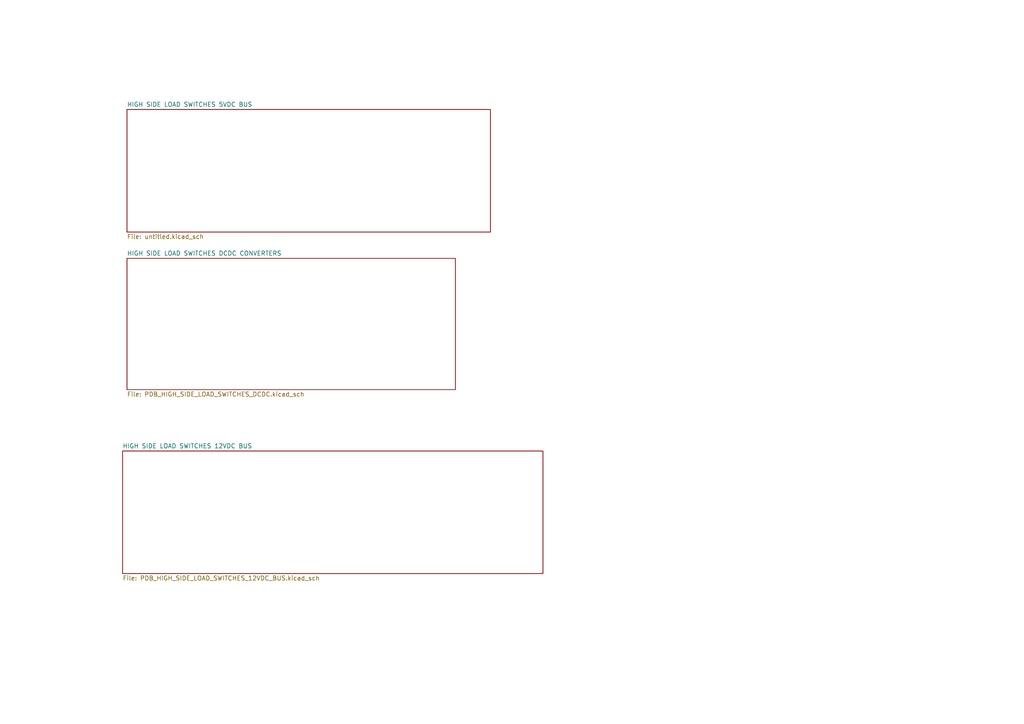
<source format=kicad_sch>
(kicad_sch
	(version 20250114)
	(generator "eeschema")
	(generator_version "9.0")
	(uuid "8a88c100-a2ee-4e61-9fe8-4de541c4172d")
	(paper "A4")
	(lib_symbols)
	(sheet
		(at 36.83 31.75)
		(size 105.41 35.56)
		(exclude_from_sim no)
		(in_bom yes)
		(on_board yes)
		(dnp no)
		(fields_autoplaced yes)
		(stroke
			(width 0.1524)
			(type solid)
		)
		(fill
			(color 0 0 0 0.0000)
		)
		(uuid "2225c7de-7960-430d-8cd4-663cc3afb82a")
		(property "Sheetname" "HIGH SIDE LOAD SWITCHES 5VDC BUS"
			(at 36.83 31.0384 0)
			(effects
				(font
					(size 1.27 1.27)
				)
				(justify left bottom)
			)
		)
		(property "Sheetfile" "untitled.kicad_sch"
			(at 36.83 67.8946 0)
			(effects
				(font
					(size 1.27 1.27)
				)
				(justify left top)
			)
		)
		(instances
			(project "POWER DISTRIBUTIONB BOARD"
				(path "/6b4fba0a-be05-4717-a711-480ed8a7f3e0/6951cc95-37ef-4a4f-8a3f-a120589363a5"
					(page "3")
				)
			)
		)
	)
	(sheet
		(at 35.56 130.81)
		(size 121.92 35.56)
		(exclude_from_sim no)
		(in_bom yes)
		(on_board yes)
		(dnp no)
		(fields_autoplaced yes)
		(stroke
			(width 0.1524)
			(type solid)
		)
		(fill
			(color 0 0 0 0.0000)
		)
		(uuid "28364470-c987-49cb-a285-9d427e41e45e")
		(property "Sheetname" "HIGH SIDE LOAD SWITCHES 12VDC BUS"
			(at 35.56 130.0984 0)
			(effects
				(font
					(size 1.27 1.27)
				)
				(justify left bottom)
			)
		)
		(property "Sheetfile" "PDB_HIGH_SIDE_LOAD_SWITCHES_12VDC_BUS.kicad_sch"
			(at 35.56 166.9546 0)
			(effects
				(font
					(size 1.27 1.27)
				)
				(justify left top)
			)
		)
		(instances
			(project "POWER DISTRIBUTIONB BOARD"
				(path "/6b4fba0a-be05-4717-a711-480ed8a7f3e0/6951cc95-37ef-4a4f-8a3f-a120589363a5"
					(page "4")
				)
			)
		)
	)
	(sheet
		(at 36.83 74.93)
		(size 95.25 38.1)
		(exclude_from_sim no)
		(in_bom yes)
		(on_board yes)
		(dnp no)
		(fields_autoplaced yes)
		(stroke
			(width 0.1524)
			(type solid)
		)
		(fill
			(color 0 0 0 0.0000)
		)
		(uuid "738a230f-796c-462d-b72e-a2b6a7f83b94")
		(property "Sheetname" "HIGH SIDE LOAD SWITCHES DCDC CONVERTERS"
			(at 36.83 74.2184 0)
			(effects
				(font
					(size 1.27 1.27)
				)
				(justify left bottom)
			)
		)
		(property "Sheetfile" "PDB_HIGH_SIDE_LOAD_SWITCHES_DCDC.kicad_sch"
			(at 36.83 113.6146 0)
			(effects
				(font
					(size 1.27 1.27)
				)
				(justify left top)
			)
		)
		(instances
			(project "POWER DISTRIBUTIONB BOARD"
				(path "/6b4fba0a-be05-4717-a711-480ed8a7f3e0/6951cc95-37ef-4a4f-8a3f-a120589363a5"
					(page "5")
				)
			)
		)
	)
)

</source>
